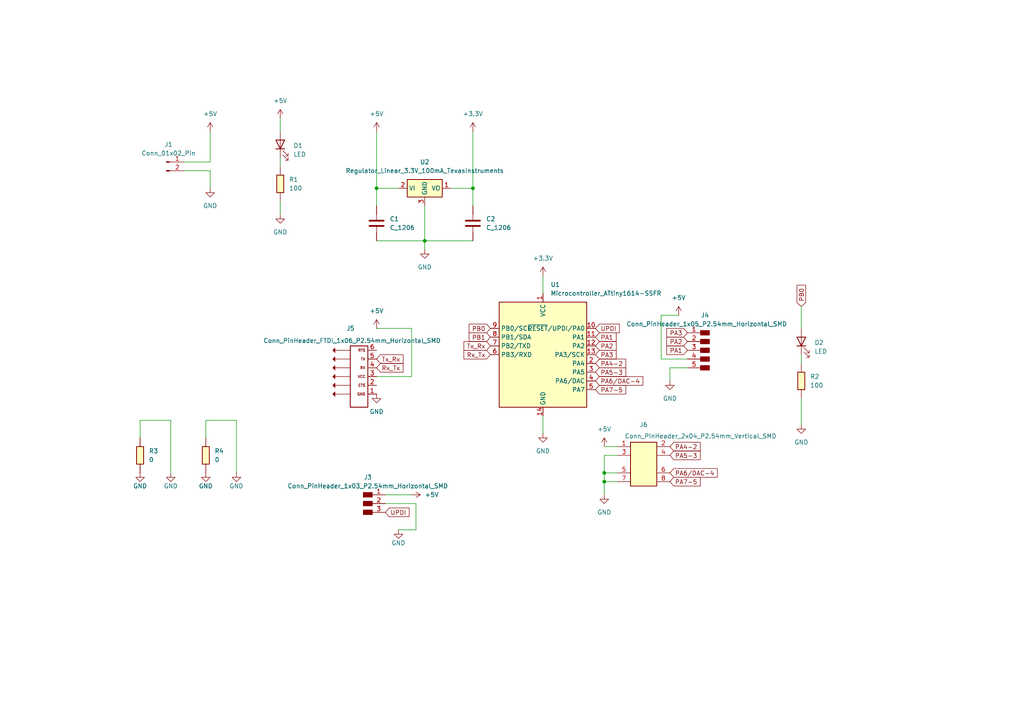
<source format=kicad_sch>
(kicad_sch (version 20231120) (generator "eeschema") (generator_version "8.0")
  (paper "A4")
  (lib_symbols
    (symbol "Connector:Conn_01x02_Pin" (pin_names (offset 1.016) hide)
      (property "Reference" "J" (at 0 2.54 0))
      (property "Value" "Conn_01x02_Pin" (at 0 -5.08 0))
      (symbol "Conn_01x02_Pin_1_1"
        (polyline (pts (xy 1.27 -2.54) (xy 0.8636 -2.54)) (stroke (width 0.1524)))
        (polyline (pts (xy 1.27 0) (xy 0.8636 0)) (stroke (width 0.1524)))
        (rectangle (start 0.8636 -2.413) (end 0 -2.667) (stroke (width 0.1524)) (fill (type outline)))
        (rectangle (start 0.8636 0.127) (end 0 -0.127) (stroke (width 0.1524)) (fill (type outline)))
        (pin passive line (at 5.08 0 180) (length 3.81) (name "Pin_1") (number "1"))
        (pin passive line (at 5.08 -2.54 180) (length 3.81) (name "Pin_2") (number "2"))
      )
    )
    (symbol "Device:LED" (pin_numbers hide) (pin_names (offset 1.016) hide)
      (property "Reference" "D" (at 0 2.54 0))
      (property "Value" "LED" (at 0 -2.54 0))
      (symbol "LED_0_1"
        (polyline (pts (xy -1.27 -1.27) (xy -1.27 1.27)) (stroke (width 0.254)))
        (polyline (pts (xy -1.27 0) (xy 1.27 0)))
        (polyline (pts (xy 1.27 -1.27) (xy 1.27 1.27) (xy -1.27 0) (xy 1.27 -1.27)) (stroke (width 0.254)))
        (polyline (pts (xy -3.048 -0.762) (xy -4.572 -2.286) (xy -3.81 -2.286) (xy -4.572 -2.286) (xy -4.572 -1.524)))
        (polyline (pts (xy -1.778 -0.762) (xy -3.302 -2.286) (xy -2.54 -2.286) (xy -3.302 -2.286) (xy -3.302 -1.524)))
      )
      (symbol "LED_1_1"
        (pin passive line (at -3.81 0 0) (length 2.54) (name "K") (number "1"))
        (pin passive line (at 3.81 0 180) (length 2.54) (name "A") (number "2"))
      )
    )
    (symbol "fab:C_1206" (pin_numbers hide)
      (property "Reference" "C" (at 0.635 2.54 0))
      (property "Value" "C_1206" (at 0.635 -2.54 0))
      (symbol "C_1206_0_1"
        (polyline (pts (xy -2.032 -0.762) (xy 2.032 -0.762)) (stroke (width 0.508)))
        (polyline (pts (xy -2.032 0.762) (xy 2.032 0.762)) (stroke (width 0.508)))
        (polyline (pts (xy 0 -0.635) (xy 0 -2.54)))
        (polyline (pts (xy 0 0.635) (xy 0 2.54)))
      )
      (symbol "C_1206_1_1"
        (pin passive line (at 0 5.08 270) (length 2.54) (name "~") (number "1"))
        (pin passive line (at 0 -5.08 90) (length 2.54) (name "~") (number "2"))
      )
    )
    (symbol "fab:Conn_PinHeader_1x03_P2.54mm_Horizontal_SMD" (pin_names hide)
      (property "Reference" "J" (at 0 5.08 0))
      (property "Value" "Conn_PinHeader_1x03_P2.54mm_Horizontal_SMD" (at 0 -5.08 0))
      (symbol "Conn_PinHeader_1x03_P2.54mm_Horizontal_SMD_1_1"
        (rectangle (start -1.27 -1.905) (end 1.27 -3.175) (stroke (width 0.254)) (fill (type outline)))
        (rectangle (start -1.27 0.635) (end 1.27 -0.635) (stroke (width 0.254)) (fill (type outline)))
        (rectangle (start -1.27 3.175) (end 1.27 1.905) (stroke (width 0.254)) (fill (type outline)))
        (pin passive line (at 5.08 2.54 180) (length 3.81) (name "Pin_1") (number "1"))
        (pin passive line (at 5.08 0 180) (length 3.81) (name "Pin_2") (number "2"))
        (pin passive line (at 5.08 -2.54 180) (length 3.81) (name "Pin_3") (number "3"))
      )
    )
    (symbol "fab:Conn_PinHeader_1x05_P2.54mm_Horizontal_SMD" (pin_names hide)
      (property "Reference" "J" (at 0 7.62 0))
      (property "Value" "Conn_PinHeader_1x05_P2.54mm_Horizontal_SMD" (at 0 -7.62 0))
      (symbol "Conn_PinHeader_1x05_P2.54mm_Horizontal_SMD_1_1"
        (rectangle (start -1.27 -4.445) (end 1.27 -5.715) (stroke (width 0.254)) (fill (type outline)))
        (rectangle (start -1.27 -1.905) (end 1.27 -3.175) (stroke (width 0.254)) (fill (type outline)))
        (rectangle (start -1.27 0.635) (end 1.27 -0.635) (stroke (width 0.254)) (fill (type outline)))
        (rectangle (start -1.27 3.175) (end 1.27 1.905) (stroke (width 0.254)) (fill (type outline)))
        (rectangle (start -1.27 5.715) (end 1.27 4.445) (stroke (width 0.254)) (fill (type outline)))
        (pin passive line (at 5.08 5.08 180) (length 3.81) (name "Pin_1") (number "1"))
        (pin passive line (at 5.08 2.54 180) (length 3.81) (name "Pin_2") (number "2"))
        (pin passive line (at 5.08 0 180) (length 3.81) (name "Pin_3") (number "3"))
        (pin passive line (at 5.08 -2.54 180) (length 3.81) (name "Pin_4") (number "4"))
        (pin passive line (at 5.08 -5.08 180) (length 3.81) (name "Pin_5") (number "5"))
      )
    )
    (symbol "fab:Conn_PinHeader_2x04_P2.54mm_Vertical_SMD" (pin_names hide)
      (property "Reference" "J" (at 0 7.62 0))
      (property "Value" "Conn_PinHeader_2x04_P2.54mm_Vertical_SMD" (at 0 -7.62 0))
      (symbol "Conn_PinHeader_2x04_P2.54mm_Vertical_SMD_1_1"
        (rectangle (start -3.81 6.35) (end 3.81 -6.35) (stroke (width 0.254)) (fill (type background)))
        (pin passive line (at -7.62 5.08 0) (length 3.81) (name "Pin_1") (number "1"))
        (pin passive line (at 7.62 5.08 180) (length 3.81) (name "Pin_2") (number "2"))
        (pin passive line (at -7.62 2.54 0) (length 3.81) (name "Pin_3") (number "3"))
        (pin passive line (at 7.62 2.54 180) (length 3.81) (name "Pin_4") (number "4"))
        (pin passive line (at -7.62 -2.54 0) (length 3.81) (name "Pin_5") (number "5"))
        (pin passive line (at 7.62 -2.54 180) (length 3.81) (name "Pin_6") (number "6"))
        (pin passive line (at -7.62 -5.08 0) (length 3.81) (name "Pin_7") (number "7"))
        (pin passive line (at 7.62 -5.08 180) (length 3.81) (name "Pin_8") (number "8"))
      )
    )
    (symbol "fab:Conn_PinHeader_FTDI_1x06_P2.54mm_Horizontal_SMD"
      (property "Reference" "J" (at 0 10.16 0))
      (property "Value" "Conn_PinHeader_FTDI_1x06_P2.54mm_Horizontal_SMD" (at 0 -10.16 0))
      (symbol "Conn_PinHeader_FTDI_1x06_P2.54mm_Horizontal_SMD_0_0"
        (polyline (pts (xy 2.54 -7.62) (xy 7.62 -7.62)))
        (polyline (pts (xy 2.54 -5.08) (xy 7.62 -5.08)))
        (polyline (pts (xy 2.54 -2.54) (xy 7.62 -2.54)))
        (polyline (pts (xy 2.54 0) (xy 7.62 0)))
        (polyline (pts (xy 2.54 2.54) (xy 7.62 2.54)))
        (polyline (pts (xy 2.54 5.08) (xy 7.62 5.08)))
        (polyline (pts (xy 6.985 -6.985) (xy 7.62 -7.62) (xy 6.985 -8.255) (xy 6.985 -6.985)) (fill (type outline)))
        (polyline (pts (xy 6.985 -4.445) (xy 7.62 -5.08) (xy 6.985 -5.715) (xy 6.985 -4.445)) (fill (type outline)))
        (polyline (pts (xy 6.985 -1.905) (xy 7.62 -2.54) (xy 6.985 -3.175) (xy 6.985 -1.905)) (fill (type outline)))
        (polyline (pts (xy 6.985 0.635) (xy 7.62 0) (xy 6.985 -0.635) (xy 6.985 0.635)) (fill (type outline)))
        (polyline (pts (xy 6.985 3.175) (xy 7.62 2.54) (xy 6.985 1.905) (xy 6.985 3.175)) (fill (type outline)))
        (polyline (pts (xy 6.985 5.715) (xy 7.62 5.08) (xy 6.985 4.445) (xy 6.985 5.715)) (fill (type outline)))
        (text "CTS" (at -1.905 2.54 0) (effects (font (size 0.75 0.75)) (justify left)))
        (text "GND" (at -1.905 5.08 0) (effects (font (size 0.75 0.75)) (justify left)))
        (text "RTS" (at -1.905 -7.62 0) (effects (font (size 0.75 0.75)) (justify left)))
        (text "RX" (at -1.905 -2.54 0) (effects (font (size 0.75 0.75)) (justify left)))
        (text "TX" (at -1.905 -5.08 0) (effects (font (size 0.75 0.75)) (justify left)))
        (text "VCC" (at -1.905 0 0) (effects (font (size 0.75 0.75)) (justify left)))
      )
      (symbol "Conn_PinHeader_FTDI_1x06_P2.54mm_Horizontal_SMD_1_0"
        (rectangle (start -2.54 8.89) (end 2.54 -8.89) (stroke (width 0.254)))
      )
      (symbol "Conn_PinHeader_FTDI_1x06_P2.54mm_Horizontal_SMD_1_1"
        (pin passive line (at -5.08 5.08 0) (length 2.54) (name "") (number "1"))
        (pin passive line (at -5.08 2.54 0) (length 2.54) (name "") (number "2"))
        (pin passive line (at -5.08 0 0) (length 2.54) (name "") (number "3"))
        (pin passive line (at -5.08 -2.54 0) (length 2.54) (name "") (number "4"))
        (pin passive line (at -5.08 -5.08 0) (length 2.54) (name "") (number "5"))
        (pin passive line (at -5.08 -7.62 0) (length 2.54) (name "") (number "6"))
      )
    )
    (symbol "fab:Microcontroller_ATtiny1614-SSFR"
      (property "Reference" "U" (at -12.7 17.78 0))
      (property "Value" "Microcontroller_ATtiny1614-SSFR" (at 7.62 17.78 0))
      (symbol "Microcontroller_ATtiny1614-SSFR_0_1"
        (rectangle (start -12.7 -15.24) (end 12.7 15.24) (stroke (width 0.254)) (fill (type background)))
      )
      (symbol "Microcontroller_ATtiny1614-SSFR_1_1"
        (pin power_in line (at 0 17.78 270) (length 2.54) (name "VCC") (number "1"))
        (pin bidirectional line (at 15.24 7.62 180) (length 2.54) (name "~{RESET}/UPDI/PA0") (number "10"))
        (pin bidirectional line (at 15.24 5.08 180) (length 2.54) (name "PA1") (number "11"))
        (pin bidirectional line (at 15.24 2.54 180) (length 2.54) (name "PA2") (number "12"))
        (pin bidirectional line (at 15.24 0 180) (length 2.54) (name "PA3/SCK") (number "13"))
        (pin power_in line (at 0 -17.78 90) (length 2.54) (name "GND") (number "14"))
        (pin bidirectional line (at 15.24 -2.54 180) (length 2.54) (name "PA4") (number "2"))
        (pin bidirectional line (at 15.24 -5.08 180) (length 2.54) (name "PA5") (number "3"))
        (pin bidirectional line (at 15.24 -7.62 180) (length 2.54) (name "PA6/DAC") (number "4"))
        (pin bidirectional line (at 15.24 -10.16 180) (length 2.54) (name "PA7") (number "5"))
        (pin bidirectional line (at -15.24 0 0) (length 2.54) (name "PB3/RXD") (number "6"))
        (pin bidirectional line (at -15.24 2.54 0) (length 2.54) (name "PB2/TXD") (number "7"))
        (pin bidirectional line (at -15.24 5.08 0) (length 2.54) (name "PB1/SDA") (number "8"))
        (pin bidirectional line (at -15.24 7.62 0) (length 2.54) (name "PB0/SCL") (number "9"))
      )
    )
    (symbol "fab:R_1206" (pin_numbers hide) (pin_names (offset 0))
      (property "Reference" "R" (at 2.54 0 90))
      (property "Value" "R_1206" (at -2.54 0 90))
      (symbol "R_1206_0_1"
        (rectangle (start -1.016 -2.54) (end 1.016 2.54) (stroke (width 0.254)) (fill (type background)))
      )
      (symbol "R_1206_1_1"
        (pin passive line (at 0 5.08 270) (length 2.54) (name "~") (number "1"))
        (pin passive line (at 0 -5.08 90) (length 2.54) (name "~") (number "2"))
      )
    )
    (symbol "fab:Regulator_Linear_3.3V_100mA_TexasInstruments"
      (property "Reference" "U" (at -5.08 6.35 0))
      (property "Value" "Regulator_Linear_3.3V_100mA_TexasInstruments" (at -5.08 3.81 0))
      (symbol "Regulator_Linear_3.3V_100mA_TexasInstruments_0_1"
        (rectangle (start -5.08 2.54) (end 5.08 -2.54) (stroke (width 0.254)) (fill (type background)))
      )
      (symbol "Regulator_Linear_3.3V_100mA_TexasInstruments_1_1"
        (pin power_out line (at 7.62 0 180) (length 2.54) (name "VO") (number "1"))
        (pin power_in line (at -7.62 0 0) (length 2.54) (name "VI") (number "2"))
        (pin power_in line (at 0 -5.08 90) (length 2.54) (name "GND") (number "3"))
      )
    )
    (symbol "power:+3.3V" (power) (pin_numbers hide) (pin_names (offset 0) hide)
      (property "Value" "+3.3V" (at 0 3.556 0))
      (symbol "+3.3V_0_1"
        (polyline (pts (xy -0.762 1.27) (xy 0 2.54)))
        (polyline (pts (xy 0 0) (xy 0 2.54)))
        (polyline (pts (xy 0 2.54) (xy 0.762 1.27)))
      )
      (symbol "+3.3V_1_1"
        (pin power_in line (at 0 0 90) (length 0) (name "~") (number "1"))
      )
    )
    (symbol "power:+5V" (power) (pin_numbers hide) (pin_names (offset 0) hide)
      (property "Value" "+5V" (at 0 3.556 0))
      (symbol "+5V_0_1"
        (polyline (pts (xy -0.762 1.27) (xy 0 2.54)))
        (polyline (pts (xy 0 0) (xy 0 2.54)))
        (polyline (pts (xy 0 2.54) (xy 0.762 1.27)))
      )
      (symbol "+5V_1_1"
        (pin power_in line (at 0 0 90) (length 0) (name "~") (number "1"))
      )
    )
    (symbol "power:GND" (power) (pin_numbers hide) (pin_names (offset 0) hide)
      (property "Value" "GND" (at 0 -3.81 0))
      (symbol "GND_0_1"
        (polyline (pts (xy 0 0) (xy 0 -1.27) (xy 1.27 -1.27) (xy 0 -2.54) (xy -1.27 -1.27) (xy 0 -1.27)))
      )
      (symbol "GND_1_1"
        (pin power_in line (at 0 0 270) (length 0) (name "~") (number "1"))
      )
    )
  )
  (junction (at 137.16 54.61))
  (junction (at 175.26 139.7))
  (junction (at 109.22 54.61))
  (junction (at 175.26 137.16))
  (junction (at 123.19 69.85))
  (wire (pts (xy 232.41 115.57) (xy 232.41 123.19)))
  (wire (pts (xy 194.31 106.68) (xy 199.39 106.68)))
  (wire (pts (xy 111.76 146.05) (xy 120.65 146.05)))
  (wire (pts (xy 109.22 38.1) (xy 109.22 54.61)))
  (wire (pts (xy 109.22 95.25) (xy 119.38 95.25)))
  (wire (pts (xy 68.58 121.92) (xy 68.58 137.16)))
  (wire (pts (xy 81.28 45.72) (xy 81.28 48.26)))
  (wire (pts (xy 49.53 121.92) (xy 49.53 137.16)))
  (wire (pts (xy 120.65 146.05) (xy 120.65 153.67)))
  (wire (pts (xy 59.69 121.92) (xy 68.58 121.92)))
  (wire (pts (xy 179.07 132.08) (xy 175.26 132.08)))
  (wire (pts (xy 111.76 143.51) (xy 119.38 143.51)))
  (wire (pts (xy 60.96 46.99) (xy 60.96 38.1)))
  (wire (pts (xy 175.26 139.7) (xy 179.07 139.7)))
  (wire (pts (xy 157.48 120.65) (xy 157.48 125.73)))
  (wire (pts (xy 109.22 54.61) (xy 115.57 54.61)))
  (wire (pts (xy 157.48 80.01) (xy 157.48 85.09)))
  (wire (pts (xy 81.28 34.29) (xy 81.28 38.1)))
  (wire (pts (xy 191.77 91.44) (xy 191.77 104.14)))
  (wire (pts (xy 179.07 129.54) (xy 175.26 129.54)))
  (wire (pts (xy 191.77 104.14) (xy 199.39 104.14)))
  (wire (pts (xy 194.31 110.49) (xy 194.31 106.68)))
  (wire (pts (xy 53.34 49.53) (xy 60.96 49.53)))
  (wire (pts (xy 120.65 153.67) (xy 115.57 153.67)))
  (wire (pts (xy 232.41 102.87) (xy 232.41 105.41)))
  (wire (pts (xy 175.26 143.51) (xy 175.26 139.7)))
  (wire (pts (xy 175.26 137.16) (xy 175.26 139.7)))
  (wire (pts (xy 137.16 69.85) (xy 123.19 69.85)))
  (wire (pts (xy 119.38 109.22) (xy 109.22 109.22)))
  (wire (pts (xy 232.41 88.9) (xy 232.41 95.25)))
  (wire (pts (xy 123.19 69.85) (xy 123.19 72.39)))
  (wire (pts (xy 196.85 91.44) (xy 191.77 91.44)))
  (wire (pts (xy 59.69 127) (xy 59.69 121.92)))
  (wire (pts (xy 137.16 38.1) (xy 137.16 54.61)))
  (wire (pts (xy 81.28 58.42) (xy 81.28 62.23)))
  (wire (pts (xy 137.16 54.61) (xy 130.81 54.61)))
  (wire (pts (xy 60.96 49.53) (xy 60.96 54.61)))
  (wire (pts (xy 109.22 54.61) (xy 109.22 59.69)))
  (wire (pts (xy 175.26 132.08) (xy 175.26 137.16)))
  (wire (pts (xy 179.07 137.16) (xy 175.26 137.16)))
  (wire (pts (xy 53.34 46.99) (xy 60.96 46.99)))
  (wire (pts (xy 123.19 59.69) (xy 123.19 69.85)))
  (wire (pts (xy 40.64 127) (xy 40.64 121.92)))
  (wire (pts (xy 137.16 54.61) (xy 137.16 59.69)))
  (wire (pts (xy 109.22 69.85) (xy 123.19 69.85)))
  (wire (pts (xy 119.38 95.25) (xy 119.38 109.22)))
  (wire (pts (xy 40.64 121.92) (xy 49.53 121.92)))
  (global_label "PA3" (shape input) (at 199.39 96.52 180) (property "Intersheetrefs" "${INTERSHEET_REFS}" (effects (hide yes))))
  (global_label "PA3" (shape input) (at 172.72 102.87 0) (property "Intersheetrefs" "${INTERSHEET_REFS}" (effects (hide yes))))
  (global_label "UPDI" (shape input) (at 172.72 95.25 0) (property "Intersheetrefs" "${INTERSHEET_REFS}" (effects (hide yes))))
  (global_label "PA7-5" (shape input) (at 172.72 113.03 0) (property "Intersheetrefs" "${INTERSHEET_REFS}" (effects (hide yes))))
  (global_label "PA6{slash}DAC-4" (shape input) (at 172.72 110.49 0) (property "Intersheetrefs" "${INTERSHEET_REFS}" (effects (hide yes))))
  (global_label "PA6{slash}DAC-4" (shape input) (at 194.31 137.16 0) (property "Intersheetrefs" "${INTERSHEET_REFS}" (effects (hide yes))))
  (global_label "PA1" (shape input) (at 199.39 101.6 180) (property "Intersheetrefs" "${INTERSHEET_REFS}" (effects (hide yes))))
  (global_label "PA5-3" (shape input) (at 172.72 107.95 0) (property "Intersheetrefs" "${INTERSHEET_REFS}" (effects (hide yes))))
  (global_label "Tx_Rx" (shape input) (at 142.24 100.33 180) (property "Intersheetrefs" "${INTERSHEET_REFS}" (effects (hide yes))))
  (global_label "Tx_Rx" (shape input) (at 109.22 104.14 0) (property "Intersheetrefs" "${INTERSHEET_REFS}" (effects (hide yes))))
  (global_label "PA5-3" (shape input) (at 194.31 132.08 0) (property "Intersheetrefs" "${INTERSHEET_REFS}" (effects (hide yes))))
  (global_label "PA7-5" (shape input) (at 194.31 139.7 0) (property "Intersheetrefs" "${INTERSHEET_REFS}" (effects (hide yes))))
  (global_label "Rx_Tx" (shape input) (at 109.22 106.68 0) (property "Intersheetrefs" "${INTERSHEET_REFS}" (effects (hide yes))))
  (global_label "UPDI" (shape input) (at 111.76 148.59 0) (property "Intersheetrefs" "${INTERSHEET_REFS}" (effects (hide yes))))
  (global_label "PB1" (shape input) (at 142.24 97.79 180) (property "Intersheetrefs" "${INTERSHEET_REFS}" (effects (hide yes))))
  (global_label "PA2" (shape input) (at 199.39 99.06 180) (property "Intersheetrefs" "${INTERSHEET_REFS}" (effects (hide yes))))
  (global_label "PA4-2" (shape input) (at 172.72 105.41 0) (property "Intersheetrefs" "${INTERSHEET_REFS}" (effects (hide yes))))
  (global_label "PA2" (shape input) (at 172.72 100.33 0) (property "Intersheetrefs" "${INTERSHEET_REFS}" (effects (hide yes))))
  (global_label "PB0" (shape input) (at 142.24 95.25 180) (property "Intersheetrefs" "${INTERSHEET_REFS}" (effects (hide yes))))
  (global_label "PB0" (shape input) (at 232.41 88.9 90) (property "Intersheetrefs" "${INTERSHEET_REFS}" (effects (hide yes))))
  (global_label "PA1" (shape input) (at 172.72 97.79 0) (property "Intersheetrefs" "${INTERSHEET_REFS}" (effects (hide yes))))
  (global_label "PA4-2" (shape input) (at 194.31 129.54 0) (property "Intersheetrefs" "${INTERSHEET_REFS}" (effects (hide yes))))
  (global_label "Rx_Tx" (shape input) (at 142.24 102.87 180) (property "Intersheetrefs" "${INTERSHEET_REFS}" (effects (hide yes))))
  (symbol (lib_id "power:+5V") (at 119.38 143.51 270) (unit 1)
    (property "Reference" "#PWR011" (effects (hide yes)))
    (property "Value" "+5V" (at 123.19 143.5099 90) (effects (justify left)))
    (property "Description" "Power symbol creates a global label with name \"+5V\"" (effects (hide yes)))
  )
  (symbol (lib_id "power:+5V") (at 175.26 129.54 0) (unit 1)
    (property "Reference" "#PWR017" (effects (hide yes)))
    (property "Value" "+5V" (at 175.26 124.46 0))
    (property "Description" "Power symbol creates a global label with name \"+5V\"" (effects (hide yes)))
  )
  (symbol (lib_id "power:GND") (at 68.58 137.16 0) (unit 1)
    (property "Reference" "#PWR022" (effects (hide yes)))
    (property "Value" "GND" (at 70.612 140.97 0) (effects (justify right)))
    (property "Description" "Power symbol creates a global label with name \"GND\" , ground" (effects (hide yes)))
  )
  (symbol (lib_id "power:GND") (at 81.28 62.23 0) (unit 1)
    (property "Reference" "#PWR07" (effects (hide yes)))
    (property "Value" "GND" (at 81.28 67.31 0))
    (property "Description" "Power symbol creates a global label with name \"GND\" , ground" (effects (hide yes)))
  )
  (symbol (lib_id "fab:Conn_PinHeader_1x05_P2.54mm_Horizontal_SMD") (at 204.47 101.6 0) (mirror y) (unit 1)
    (property "Reference" "J4" (at 204.47 91.44 0))
    (property "Value" "Conn_PinHeader_1x05_P2.54mm_Horizontal_SMD" (at 204.978 93.98 0))
    (property "Footprint" "fab:PinHeader_1x05_P2.54mm_Horizontal_SMD" (effects (hide yes)))
    (property "Description" "Male connector, single row" (effects (hide yes)))
  )
  (symbol (lib_id "fab:R_1206") (at 59.69 132.08 0) (unit 1)
    (property "Reference" "R4" (at 62.23 130.8099 0) (effects (justify left)))
    (property "Value" "0" (at 62.23 133.3499 0) (effects (justify left)))
    (property "Footprint" "fab:R_1206" (effects (hide yes)))
    (property "Description" "Resistor" (effects (hide yes)))
  )
  (symbol (lib_id "power:+3.3V") (at 157.48 80.01 0) (unit 1)
    (property "Reference" "#PWR04" (effects (hide yes)))
    (property "Value" "+3.3V" (at 157.48 74.93 0))
    (property "Description" "Power symbol creates a global label with name \"+3.3V\"" (effects (hide yes)))
  )
  (symbol (lib_id "fab:R_1206") (at 232.41 110.49 0) (unit 1)
    (property "Reference" "R2" (at 234.95 109.2199 0) (effects (justify left)))
    (property "Value" "100" (at 234.95 111.7599 0) (effects (justify left)))
    (property "Footprint" "fab:R_1206" (effects (hide yes)))
    (property "Description" "Resistor" (effects (hide yes)))
  )
  (symbol (lib_id "Connector:Conn_01x02_Pin") (at 48.26 46.99 0) (unit 1)
    (property "Reference" "J1" (at 48.895 41.91 0))
    (property "Value" "Conn_01x02_Pin" (at 48.895 44.45 0))
    (property "Footprint" "fab:PinHeader_1x02_P2.54mm_Horizontal_SMD" (effects (hide yes)))
    (property "Description" "Generic connector, single row, 01x02, script generated" (effects (hide yes)))
  )
  (symbol (lib_id "fab:C_1206") (at 137.16 64.77 0) (unit 1)
    (property "Reference" "C2" (at 140.97 63.4999 0) (effects (justify left)))
    (property "Value" "C_1206" (at 140.97 66.0399 0) (effects (justify left)))
    (property "Footprint" "fab:C_1206" (effects (hide yes)))
    (property "Datasheet" "https://www.yageo.com/upload/media/product/productsearch/datasheet/mlcc/UPY-GP_NP0_16V-to-50V_18.pdf" (effects (hide yes)))
    (property "Description" "Unpolarized capacitor, SMD, 1206" (effects (hide yes)))
  )
  (symbol (lib_id "power:GND") (at 115.57 153.67 0) (unit 1)
    (property "Reference" "#PWR010" (effects (hide yes)))
    (property "Value" "GND" (at 117.602 157.48 0) (effects (justify right)))
    (property "Description" "Power symbol creates a global label with name \"GND\" , ground" (effects (hide yes)))
  )
  (symbol (lib_id "power:+3.3V") (at 137.16 38.1 0) (unit 1)
    (property "Reference" "#PWR02" (effects (hide yes)))
    (property "Value" "+3.3V" (at 137.16 33.02 0))
    (property "Description" "Power symbol creates a global label with name \"+3.3V\"" (effects (hide yes)))
  )
  (symbol (lib_id "Device:LED") (at 81.28 41.91 90) (unit 1)
    (property "Reference" "D1" (at 85.09 42.2274 90) (effects (justify right)))
    (property "Value" "LED" (at 85.09 44.7674 90) (effects (justify right)))
    (property "Footprint" "fab:LED_1206" (effects (hide yes)))
    (property "Description" "Light emitting diode" (effects (hide yes)))
  )
  (symbol (lib_id "power:GND") (at 157.48 125.73 0) (unit 1)
    (property "Reference" "#PWR05" (effects (hide yes)))
    (property "Value" "GND" (at 157.48 130.81 0))
    (property "Description" "Power symbol creates a global label with name \"GND\" , ground" (effects (hide yes)))
  )
  (symbol (lib_id "power:GND") (at 232.41 123.19 0) (unit 1)
    (property "Reference" "#PWR014" (effects (hide yes)))
    (property "Value" "GND" (at 232.41 128.27 0))
    (property "Description" "Power symbol creates a global label with name \"GND\" , ground" (effects (hide yes)))
  )
  (symbol (lib_id "fab:C_1206") (at 109.22 64.77 0) (unit 1)
    (property "Reference" "C1" (at 113.03 63.4999 0) (effects (justify left)))
    (property "Value" "C_1206" (at 113.03 66.0399 0) (effects (justify left)))
    (property "Footprint" "fab:C_1206" (effects (hide yes)))
    (property "Datasheet" "https://www.yageo.com/upload/media/product/productsearch/datasheet/mlcc/UPY-GP_NP0_16V-to-50V_18.pdf" (effects (hide yes)))
    (property "Description" "Unpolarized capacitor, SMD, 1206" (effects (hide yes)))
  )
  (symbol (lib_id "power:GND") (at 123.19 72.39 0) (unit 1)
    (property "Reference" "#PWR03" (effects (hide yes)))
    (property "Value" "GND" (at 123.19 77.47 0))
    (property "Description" "Power symbol creates a global label with name \"GND\" , ground" (effects (hide yes)))
  )
  (symbol (lib_id "fab:Conn_PinHeader_2x04_P2.54mm_Vertical_SMD") (at 186.69 134.62 0) (unit 1)
    (property "Reference" "J6" (at 186.69 123.19 0))
    (property "Value" "Conn_PinHeader_2x04_P2.54mm_Vertical_SMD" (at 203.2 126.492 0))
    (property "Footprint" "fab:PinHeader_2x04_P2.54mm_Vertical_SMD" (effects (hide yes)))
    (property "Datasheet" "https://cdn.amphenol-icc.com/media/wysiwyg/files/drawing/95278.pdf" (effects (hide yes)))
    (property "Description" "Connector Header Surface Mount 8 position 0.100\" (2.54mm)" (effects (hide yes)))
  )
  (symbol (lib_id "power:GND") (at 175.26 143.51 0) (unit 1)
    (property "Reference" "#PWR015" (effects (hide yes)))
    (property "Value" "GND" (at 175.26 148.59 0))
    (property "Description" "Power symbol creates a global label with name \"GND\" , ground" (effects (hide yes)))
  )
  (symbol (lib_id "fab:R_1206") (at 81.28 53.34 0) (unit 1)
    (property "Reference" "R1" (at 83.82 52.0699 0) (effects (justify left)))
    (property "Value" "100" (at 83.82 54.6099 0) (effects (justify left)))
    (property "Footprint" "fab:R_1206" (effects (hide yes)))
    (property "Description" "Resistor" (effects (hide yes)))
  )
  (symbol (lib_id "power:GND") (at 49.53 137.16 0) (unit 1)
    (property "Reference" "#PWR020" (effects (hide yes)))
    (property "Value" "GND" (at 51.562 140.97 0) (effects (justify right)))
    (property "Description" "Power symbol creates a global label with name \"GND\" , ground" (effects (hide yes)))
  )
  (symbol (lib_id "power:GND") (at 194.31 110.49 0) (unit 1)
    (property "Reference" "#PWR016" (effects (hide yes)))
    (property "Value" "GND" (at 194.31 115.57 0))
    (property "Description" "Power symbol creates a global label with name \"GND\" , ground" (effects (hide yes)))
  )
  (symbol (lib_id "fab:Microcontroller_ATtiny1614-SSFR") (at 157.48 102.87 0) (unit 1)
    (property "Reference" "U1" (at 159.6741 82.55 0) (effects (justify left)))
    (property "Value" "Microcontroller_ATtiny1614-SSFR" (at 159.6741 85.09 0) (effects (justify left)))
    (property "Footprint" "fab:SOIC-14_3.9x8.7mm_P1.27mm" (effects (hide yes)))
    (property "Datasheet" "http://ww1.microchip.com/downloads/en/DeviceDoc/ATtiny1614-16-17-DataSheet-DS40002204A.pdf" (effects (hide yes)))
    (property "Description" "AVR tinyAVR™ 1 Microcontroller IC 8-Bit 16MHz 16KB (16K x 8) FLASH 14-SOIC" (effects (hide yes)))
  )
  (symbol (lib_id "power:+5V") (at 109.22 38.1 0) (unit 1)
    (property "Reference" "#PWR01" (effects (hide yes)))
    (property "Value" "+5V" (at 109.22 33.02 0))
    (property "Description" "Power symbol creates a global label with name \"+5V\"" (effects (hide yes)))
  )
  (symbol (lib_id "power:GND") (at 60.96 54.61 0) (unit 1)
    (property "Reference" "#PWR09" (effects (hide yes)))
    (property "Value" "GND" (at 60.96 59.69 0))
    (property "Description" "Power symbol creates a global label with name \"GND\" , ground" (effects (hide yes)))
  )
  (symbol (lib_id "power:GND") (at 40.64 137.16 0) (unit 1)
    (property "Reference" "#PWR019" (effects (hide yes)))
    (property "Value" "GND" (at 42.672 140.97 0) (effects (justify right)))
    (property "Description" "Power symbol creates a global label with name \"GND\" , ground" (effects (hide yes)))
  )
  (symbol (lib_id "power:+5V") (at 196.85 91.44 0) (unit 1)
    (property "Reference" "#PWR018" (effects (hide yes)))
    (property "Value" "+5V" (at 196.85 86.36 0))
    (property "Description" "Power symbol creates a global label with name \"+5V\"" (effects (hide yes)))
  )
  (symbol (lib_id "power:GND") (at 59.69 137.16 0) (unit 1)
    (property "Reference" "#PWR021" (effects (hide yes)))
    (property "Value" "GND" (at 61.722 140.97 0) (effects (justify right)))
    (property "Description" "Power symbol creates a global label with name \"GND\" , ground" (effects (hide yes)))
  )
  (symbol (lib_id "power:GND") (at 109.22 114.3 0) (unit 1)
    (property "Reference" "#PWR012" (effects (hide yes)))
    (property "Value" "GND" (at 109.22 119.38 0))
    (property "Description" "Power symbol creates a global label with name \"GND\" , ground" (effects (hide yes)))
  )
  (symbol (lib_id "power:+5V") (at 109.22 95.25 0) (unit 1)
    (property "Reference" "#PWR013" (effects (hide yes)))
    (property "Value" "+5V" (at 109.22 90.17 0))
    (property "Description" "Power symbol creates a global label with name \"+5V\"" (effects (hide yes)))
  )
  (symbol (lib_id "fab:Conn_PinHeader_1x03_P2.54mm_Horizontal_SMD") (at 106.68 146.05 0) (unit 1)
    (property "Reference" "J3" (at 106.68 138.43 0))
    (property "Value" "Conn_PinHeader_1x03_P2.54mm_Horizontal_SMD" (at 106.68 140.97 0))
    (property "Footprint" "fab:PinHeader_1x03_P2.54mm_Horizontal_SMD" (effects (hide yes)))
    (property "Description" "Male connector, single row" (effects (hide yes)))
  )
  (symbol (lib_id "fab:Conn_PinHeader_FTDI_1x06_P2.54mm_Horizontal_SMD") (at 104.14 109.22 180) (unit 1)
    (property "Reference" "J5" (at 101.6635 95.25 0))
    (property "Value" "Conn_PinHeader_FTDI_1x06_P2.54mm_Horizontal_SMD" (at 102.108 98.806 0))
    (property "Footprint" "fab:PinHeader_1x06_P2.54mm_Horizontal_SMD" (effects (hide yes)))
    (property "Description" "FTDI header connector, usually used on the target board side" (effects (hide yes)))
  )
  (symbol (lib_id "power:+5V") (at 81.28 34.29 0) (unit 1)
    (property "Reference" "#PWR06" (effects (hide yes)))
    (property "Value" "+5V" (at 81.28 29.21 0))
    (property "Description" "Power symbol creates a global label with name \"+5V\"" (effects (hide yes)))
  )
  (symbol (lib_id "fab:R_1206") (at 40.64 132.08 0) (unit 1)
    (property "Reference" "R3" (at 43.18 130.8099 0) (effects (justify left)))
    (property "Value" "0" (at 43.18 133.3499 0) (effects (justify left)))
    (property "Footprint" "fab:R_1206" (effects (hide yes)))
    (property "Description" "Resistor" (effects (hide yes)))
  )
  (symbol (lib_id "power:+5V") (at 60.96 38.1 0) (unit 1)
    (property "Reference" "#PWR08" (effects (hide yes)))
    (property "Value" "+5V" (at 60.96 33.02 0))
    (property "Description" "Power symbol creates a global label with name \"+5V\"" (effects (hide yes)))
  )
  (symbol (lib_id "fab:Regulator_Linear_3.3V_100mA_TexasInstruments") (at 123.19 54.61 0) (unit 1)
    (property "Reference" "U2" (at 123.19 46.99 0))
    (property "Value" "Regulator_Linear_3.3V_100mA_TexasInstruments" (at 123.19 49.53 0))
    (property "Footprint" "fab:SOT-23-3" (effects (hide yes)))
    (property "Datasheet" "https://www.ti.com/lit/ds/symlink/lm3480.pdf" (effects (hide yes)))
    (property "Description" "3.3V 100mA LDO Voltage Regulator,  positive fixed output, Texas Instruments, SOT-23-3 package" (effects (hide yes)))
  )
  (symbol (lib_id "Device:LED") (at 232.41 99.06 90) (unit 1)
    (property "Reference" "D2" (at 236.22 99.3774 90) (effects (justify right)))
    (property "Value" "LED" (at 236.22 101.9174 90) (effects (justify right)))
    (property "Footprint" "fab:LED_1206" (effects (hide yes)))
    (property "Description" "Light emitting diode" (effects (hide yes)))
  )
)
</source>
